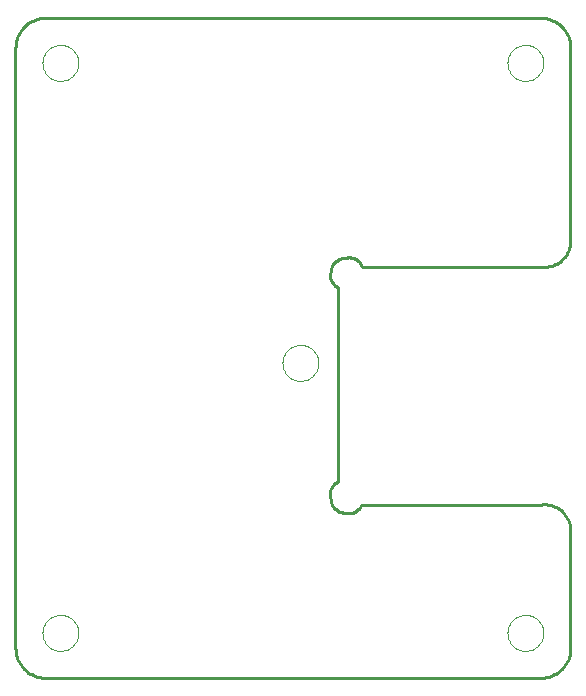
<source format=gtl>
G75*
G70*
%OFA0B0*%
%FSLAX24Y24*%
%IPPOS*%
%LPD*%
%AMOC8*
5,1,8,0,0,1.08239X$1,22.5*
%
%ADD10C,0.0100*%
%ADD11C,0.0000*%
D10*
X000150Y001150D02*
X000150Y021150D01*
X000152Y021210D01*
X000157Y021271D01*
X000166Y021330D01*
X000179Y021389D01*
X000195Y021448D01*
X000215Y021505D01*
X000238Y021560D01*
X000265Y021615D01*
X000294Y021667D01*
X000327Y021718D01*
X000363Y021767D01*
X000401Y021813D01*
X000443Y021857D01*
X000487Y021899D01*
X000533Y021937D01*
X000582Y021973D01*
X000633Y022006D01*
X000685Y022035D01*
X000740Y022062D01*
X000795Y022085D01*
X000852Y022105D01*
X000911Y022121D01*
X000970Y022134D01*
X001029Y022143D01*
X001090Y022148D01*
X001150Y022150D01*
X017650Y022150D01*
X017710Y022148D01*
X017771Y022143D01*
X017830Y022134D01*
X017889Y022121D01*
X017948Y022105D01*
X018005Y022085D01*
X018060Y022062D01*
X018115Y022035D01*
X018167Y022006D01*
X018218Y021973D01*
X018267Y021937D01*
X018313Y021899D01*
X018357Y021857D01*
X018399Y021813D01*
X018437Y021767D01*
X018473Y021718D01*
X018506Y021667D01*
X018535Y021615D01*
X018562Y021560D01*
X018585Y021505D01*
X018605Y021448D01*
X018621Y021389D01*
X018634Y021330D01*
X018643Y021271D01*
X018648Y021210D01*
X018650Y021150D01*
X018650Y014650D01*
X018642Y014593D01*
X018631Y014537D01*
X018617Y014481D01*
X018598Y014427D01*
X018576Y014374D01*
X018551Y014322D01*
X018522Y014272D01*
X018490Y014224D01*
X018455Y014179D01*
X018418Y014136D01*
X018377Y014095D01*
X018334Y014057D01*
X018288Y014022D01*
X018241Y013990D01*
X018191Y013961D01*
X018139Y013936D01*
X018086Y013914D01*
X018032Y013895D01*
X017976Y013880D01*
X017920Y013869D01*
X017863Y013861D01*
X017806Y013858D01*
X017748Y013857D01*
X017691Y013861D01*
X011691Y013861D01*
X011678Y013899D01*
X011661Y013935D01*
X011641Y013970D01*
X011618Y014002D01*
X011592Y014033D01*
X011563Y014061D01*
X011532Y014086D01*
X011498Y014108D01*
X011463Y014127D01*
X011426Y014142D01*
X011388Y014154D01*
X011348Y014163D01*
X011309Y014168D01*
X011269Y014169D01*
X011229Y014166D01*
X011189Y014160D01*
X011150Y014150D01*
X011106Y014148D01*
X011063Y014142D01*
X011021Y014133D01*
X010979Y014120D01*
X010939Y014103D01*
X010900Y014083D01*
X010863Y014060D01*
X010829Y014033D01*
X010796Y014004D01*
X010767Y013971D01*
X010740Y013937D01*
X010717Y013900D01*
X010697Y013861D01*
X010680Y013821D01*
X010667Y013779D01*
X010658Y013737D01*
X010652Y013694D01*
X010650Y013650D01*
X010642Y013614D01*
X010637Y013577D01*
X010636Y013540D01*
X010639Y013503D01*
X010645Y013466D01*
X010655Y013430D01*
X010668Y013396D01*
X010685Y013362D01*
X010705Y013331D01*
X010728Y013302D01*
X010754Y013275D01*
X010782Y013250D01*
X010812Y013229D01*
X010844Y013211D01*
X010878Y013195D01*
X010914Y013184D01*
X010914Y006684D01*
X010878Y006670D01*
X010843Y006652D01*
X010810Y006632D01*
X010779Y006608D01*
X010750Y006582D01*
X010724Y006553D01*
X010701Y006522D01*
X010681Y006489D01*
X010663Y006454D01*
X010649Y006417D01*
X010639Y006380D01*
X010632Y006342D01*
X010628Y006303D01*
X010629Y006264D01*
X010632Y006225D01*
X010640Y006187D01*
X010650Y006150D01*
X010652Y006106D01*
X010658Y006063D01*
X010667Y006021D01*
X010680Y005979D01*
X010697Y005939D01*
X010717Y005900D01*
X010740Y005863D01*
X010767Y005829D01*
X010796Y005796D01*
X010829Y005767D01*
X010863Y005740D01*
X010900Y005717D01*
X010939Y005697D01*
X010979Y005680D01*
X011021Y005667D01*
X011063Y005658D01*
X011106Y005652D01*
X011150Y005650D01*
X011187Y005641D01*
X011225Y005635D01*
X011263Y005633D01*
X011302Y005634D01*
X011340Y005639D01*
X011377Y005647D01*
X011414Y005659D01*
X011449Y005674D01*
X011483Y005692D01*
X011515Y005714D01*
X011544Y005738D01*
X011572Y005764D01*
X011597Y005794D01*
X011619Y005825D01*
X011638Y005858D01*
X011654Y005893D01*
X011667Y005929D01*
X017667Y005929D01*
X017725Y005934D01*
X017783Y005935D01*
X017841Y005932D01*
X017899Y005925D01*
X017956Y005915D01*
X018012Y005901D01*
X018067Y005883D01*
X018121Y005862D01*
X018174Y005837D01*
X018224Y005809D01*
X018273Y005778D01*
X018320Y005743D01*
X018364Y005706D01*
X018406Y005665D01*
X018445Y005622D01*
X018481Y005577D01*
X018514Y005529D01*
X018544Y005479D01*
X018571Y005428D01*
X018594Y005375D01*
X018613Y005320D01*
X018629Y005264D01*
X018642Y005207D01*
X018650Y005150D01*
X018650Y001150D01*
X018648Y001090D01*
X018643Y001029D01*
X018634Y000970D01*
X018621Y000911D01*
X018605Y000852D01*
X018585Y000795D01*
X018562Y000740D01*
X018535Y000685D01*
X018506Y000633D01*
X018473Y000582D01*
X018437Y000533D01*
X018399Y000487D01*
X018357Y000443D01*
X018313Y000401D01*
X018267Y000363D01*
X018218Y000327D01*
X018167Y000294D01*
X018115Y000265D01*
X018060Y000238D01*
X018005Y000215D01*
X017948Y000195D01*
X017889Y000179D01*
X017830Y000166D01*
X017771Y000157D01*
X017710Y000152D01*
X017650Y000150D01*
X001150Y000150D01*
X001090Y000152D01*
X001029Y000157D01*
X000970Y000166D01*
X000911Y000179D01*
X000852Y000195D01*
X000795Y000215D01*
X000740Y000238D01*
X000685Y000265D01*
X000633Y000294D01*
X000582Y000327D01*
X000533Y000363D01*
X000487Y000401D01*
X000443Y000443D01*
X000401Y000487D01*
X000363Y000533D01*
X000327Y000582D01*
X000294Y000633D01*
X000265Y000685D01*
X000238Y000740D01*
X000215Y000795D01*
X000195Y000852D01*
X000179Y000911D01*
X000166Y000970D01*
X000157Y001029D01*
X000152Y001090D01*
X000150Y001150D01*
D11*
X001050Y001650D02*
X001052Y001699D01*
X001058Y001747D01*
X001068Y001795D01*
X001082Y001842D01*
X001099Y001888D01*
X001120Y001932D01*
X001145Y001974D01*
X001173Y002014D01*
X001205Y002052D01*
X001239Y002087D01*
X001276Y002119D01*
X001315Y002148D01*
X001357Y002174D01*
X001401Y002196D01*
X001446Y002214D01*
X001493Y002229D01*
X001540Y002240D01*
X001589Y002247D01*
X001638Y002250D01*
X001687Y002249D01*
X001735Y002244D01*
X001784Y002235D01*
X001831Y002222D01*
X001877Y002205D01*
X001921Y002185D01*
X001964Y002161D01*
X002005Y002134D01*
X002043Y002103D01*
X002079Y002070D01*
X002111Y002034D01*
X002141Y001995D01*
X002168Y001954D01*
X002191Y001910D01*
X002210Y001865D01*
X002226Y001819D01*
X002238Y001772D01*
X002246Y001723D01*
X002250Y001674D01*
X002250Y001626D01*
X002246Y001577D01*
X002238Y001528D01*
X002226Y001481D01*
X002210Y001435D01*
X002191Y001390D01*
X002168Y001346D01*
X002141Y001305D01*
X002111Y001266D01*
X002079Y001230D01*
X002043Y001197D01*
X002005Y001166D01*
X001964Y001139D01*
X001921Y001115D01*
X001877Y001095D01*
X001831Y001078D01*
X001784Y001065D01*
X001735Y001056D01*
X001687Y001051D01*
X001638Y001050D01*
X001589Y001053D01*
X001540Y001060D01*
X001493Y001071D01*
X001446Y001086D01*
X001401Y001104D01*
X001357Y001126D01*
X001315Y001152D01*
X001276Y001181D01*
X001239Y001213D01*
X001205Y001248D01*
X001173Y001286D01*
X001145Y001326D01*
X001120Y001368D01*
X001099Y001412D01*
X001082Y001458D01*
X001068Y001505D01*
X001058Y001553D01*
X001052Y001601D01*
X001050Y001650D01*
X009050Y010650D02*
X009052Y010699D01*
X009058Y010747D01*
X009068Y010795D01*
X009082Y010842D01*
X009099Y010888D01*
X009120Y010932D01*
X009145Y010974D01*
X009173Y011014D01*
X009205Y011052D01*
X009239Y011087D01*
X009276Y011119D01*
X009315Y011148D01*
X009357Y011174D01*
X009401Y011196D01*
X009446Y011214D01*
X009493Y011229D01*
X009540Y011240D01*
X009589Y011247D01*
X009638Y011250D01*
X009687Y011249D01*
X009735Y011244D01*
X009784Y011235D01*
X009831Y011222D01*
X009877Y011205D01*
X009921Y011185D01*
X009964Y011161D01*
X010005Y011134D01*
X010043Y011103D01*
X010079Y011070D01*
X010111Y011034D01*
X010141Y010995D01*
X010168Y010954D01*
X010191Y010910D01*
X010210Y010865D01*
X010226Y010819D01*
X010238Y010772D01*
X010246Y010723D01*
X010250Y010674D01*
X010250Y010626D01*
X010246Y010577D01*
X010238Y010528D01*
X010226Y010481D01*
X010210Y010435D01*
X010191Y010390D01*
X010168Y010346D01*
X010141Y010305D01*
X010111Y010266D01*
X010079Y010230D01*
X010043Y010197D01*
X010005Y010166D01*
X009964Y010139D01*
X009921Y010115D01*
X009877Y010095D01*
X009831Y010078D01*
X009784Y010065D01*
X009735Y010056D01*
X009687Y010051D01*
X009638Y010050D01*
X009589Y010053D01*
X009540Y010060D01*
X009493Y010071D01*
X009446Y010086D01*
X009401Y010104D01*
X009357Y010126D01*
X009315Y010152D01*
X009276Y010181D01*
X009239Y010213D01*
X009205Y010248D01*
X009173Y010286D01*
X009145Y010326D01*
X009120Y010368D01*
X009099Y010412D01*
X009082Y010458D01*
X009068Y010505D01*
X009058Y010553D01*
X009052Y010601D01*
X009050Y010650D01*
X016550Y001650D02*
X016552Y001699D01*
X016558Y001747D01*
X016568Y001795D01*
X016582Y001842D01*
X016599Y001888D01*
X016620Y001932D01*
X016645Y001974D01*
X016673Y002014D01*
X016705Y002052D01*
X016739Y002087D01*
X016776Y002119D01*
X016815Y002148D01*
X016857Y002174D01*
X016901Y002196D01*
X016946Y002214D01*
X016993Y002229D01*
X017040Y002240D01*
X017089Y002247D01*
X017138Y002250D01*
X017187Y002249D01*
X017235Y002244D01*
X017284Y002235D01*
X017331Y002222D01*
X017377Y002205D01*
X017421Y002185D01*
X017464Y002161D01*
X017505Y002134D01*
X017543Y002103D01*
X017579Y002070D01*
X017611Y002034D01*
X017641Y001995D01*
X017668Y001954D01*
X017691Y001910D01*
X017710Y001865D01*
X017726Y001819D01*
X017738Y001772D01*
X017746Y001723D01*
X017750Y001674D01*
X017750Y001626D01*
X017746Y001577D01*
X017738Y001528D01*
X017726Y001481D01*
X017710Y001435D01*
X017691Y001390D01*
X017668Y001346D01*
X017641Y001305D01*
X017611Y001266D01*
X017579Y001230D01*
X017543Y001197D01*
X017505Y001166D01*
X017464Y001139D01*
X017421Y001115D01*
X017377Y001095D01*
X017331Y001078D01*
X017284Y001065D01*
X017235Y001056D01*
X017187Y001051D01*
X017138Y001050D01*
X017089Y001053D01*
X017040Y001060D01*
X016993Y001071D01*
X016946Y001086D01*
X016901Y001104D01*
X016857Y001126D01*
X016815Y001152D01*
X016776Y001181D01*
X016739Y001213D01*
X016705Y001248D01*
X016673Y001286D01*
X016645Y001326D01*
X016620Y001368D01*
X016599Y001412D01*
X016582Y001458D01*
X016568Y001505D01*
X016558Y001553D01*
X016552Y001601D01*
X016550Y001650D01*
X016550Y020650D02*
X016552Y020699D01*
X016558Y020747D01*
X016568Y020795D01*
X016582Y020842D01*
X016599Y020888D01*
X016620Y020932D01*
X016645Y020974D01*
X016673Y021014D01*
X016705Y021052D01*
X016739Y021087D01*
X016776Y021119D01*
X016815Y021148D01*
X016857Y021174D01*
X016901Y021196D01*
X016946Y021214D01*
X016993Y021229D01*
X017040Y021240D01*
X017089Y021247D01*
X017138Y021250D01*
X017187Y021249D01*
X017235Y021244D01*
X017284Y021235D01*
X017331Y021222D01*
X017377Y021205D01*
X017421Y021185D01*
X017464Y021161D01*
X017505Y021134D01*
X017543Y021103D01*
X017579Y021070D01*
X017611Y021034D01*
X017641Y020995D01*
X017668Y020954D01*
X017691Y020910D01*
X017710Y020865D01*
X017726Y020819D01*
X017738Y020772D01*
X017746Y020723D01*
X017750Y020674D01*
X017750Y020626D01*
X017746Y020577D01*
X017738Y020528D01*
X017726Y020481D01*
X017710Y020435D01*
X017691Y020390D01*
X017668Y020346D01*
X017641Y020305D01*
X017611Y020266D01*
X017579Y020230D01*
X017543Y020197D01*
X017505Y020166D01*
X017464Y020139D01*
X017421Y020115D01*
X017377Y020095D01*
X017331Y020078D01*
X017284Y020065D01*
X017235Y020056D01*
X017187Y020051D01*
X017138Y020050D01*
X017089Y020053D01*
X017040Y020060D01*
X016993Y020071D01*
X016946Y020086D01*
X016901Y020104D01*
X016857Y020126D01*
X016815Y020152D01*
X016776Y020181D01*
X016739Y020213D01*
X016705Y020248D01*
X016673Y020286D01*
X016645Y020326D01*
X016620Y020368D01*
X016599Y020412D01*
X016582Y020458D01*
X016568Y020505D01*
X016558Y020553D01*
X016552Y020601D01*
X016550Y020650D01*
X001050Y020650D02*
X001052Y020699D01*
X001058Y020747D01*
X001068Y020795D01*
X001082Y020842D01*
X001099Y020888D01*
X001120Y020932D01*
X001145Y020974D01*
X001173Y021014D01*
X001205Y021052D01*
X001239Y021087D01*
X001276Y021119D01*
X001315Y021148D01*
X001357Y021174D01*
X001401Y021196D01*
X001446Y021214D01*
X001493Y021229D01*
X001540Y021240D01*
X001589Y021247D01*
X001638Y021250D01*
X001687Y021249D01*
X001735Y021244D01*
X001784Y021235D01*
X001831Y021222D01*
X001877Y021205D01*
X001921Y021185D01*
X001964Y021161D01*
X002005Y021134D01*
X002043Y021103D01*
X002079Y021070D01*
X002111Y021034D01*
X002141Y020995D01*
X002168Y020954D01*
X002191Y020910D01*
X002210Y020865D01*
X002226Y020819D01*
X002238Y020772D01*
X002246Y020723D01*
X002250Y020674D01*
X002250Y020626D01*
X002246Y020577D01*
X002238Y020528D01*
X002226Y020481D01*
X002210Y020435D01*
X002191Y020390D01*
X002168Y020346D01*
X002141Y020305D01*
X002111Y020266D01*
X002079Y020230D01*
X002043Y020197D01*
X002005Y020166D01*
X001964Y020139D01*
X001921Y020115D01*
X001877Y020095D01*
X001831Y020078D01*
X001784Y020065D01*
X001735Y020056D01*
X001687Y020051D01*
X001638Y020050D01*
X001589Y020053D01*
X001540Y020060D01*
X001493Y020071D01*
X001446Y020086D01*
X001401Y020104D01*
X001357Y020126D01*
X001315Y020152D01*
X001276Y020181D01*
X001239Y020213D01*
X001205Y020248D01*
X001173Y020286D01*
X001145Y020326D01*
X001120Y020368D01*
X001099Y020412D01*
X001082Y020458D01*
X001068Y020505D01*
X001058Y020553D01*
X001052Y020601D01*
X001050Y020650D01*
M02*

</source>
